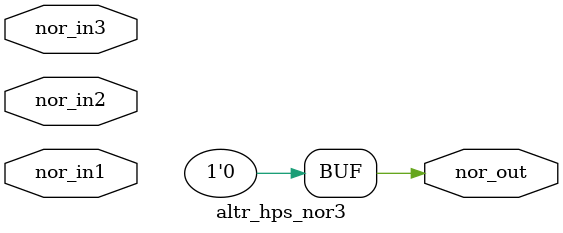
<source format=v>
module altr_hps_nor3(	// file.cleaned.mlir:2:3
  input  nor_in1,	// file.cleaned.mlir:2:31
         nor_in2,	// file.cleaned.mlir:2:49
         nor_in3,	// file.cleaned.mlir:2:67
  output nor_out	// file.cleaned.mlir:2:86
);

  assign nor_out = 1'h0;	// file.cleaned.mlir:3:14, :4:5
endmodule


</source>
